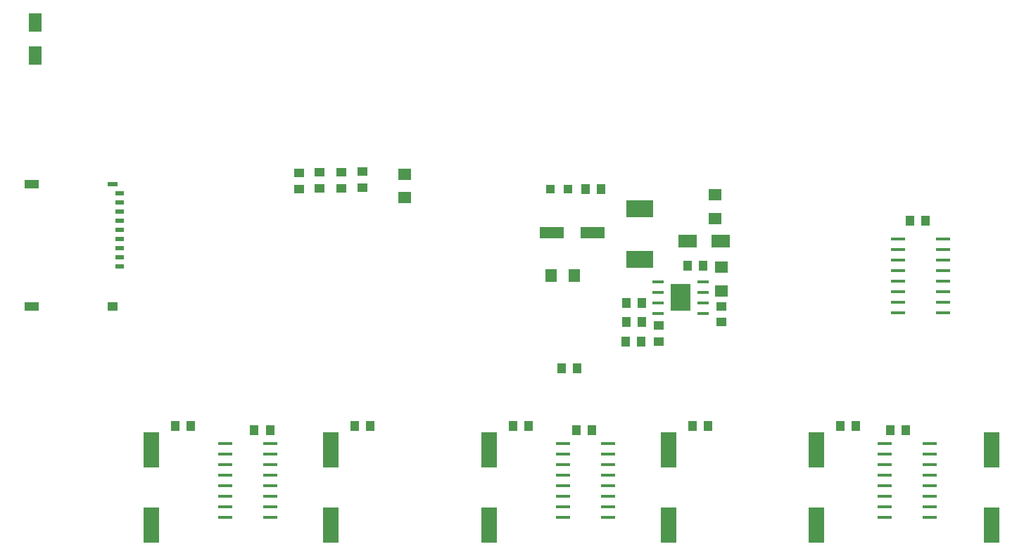
<source format=gbr>
G04 DipTrace 4.0.0.2*
G04 TopPaste.gbr*
%MOIN*%
G04 #@! TF.FileFunction,Paste,Top*
G04 #@! TF.Part,Single*
%AMOUTLINE2*
4,1,28,
0.052297,-0.027496,
-0.052297,-0.027496,
-0.05396,-0.027277,
-0.055266,-0.026736,
-0.056388,-0.025876,
-0.057248,-0.024754,
-0.057789,-0.023449,
-0.058008,-0.021785,
-0.058008,0.021785,
-0.057789,0.023449,
-0.057248,0.024754,
-0.056388,0.025876,
-0.055266,0.026736,
-0.05396,0.027277,
-0.052297,0.027496,
0.052297,0.027496,
0.05396,0.027277,
0.055266,0.026736,
0.056388,0.025876,
0.057248,0.024754,
0.057789,0.023449,
0.058008,0.021785,
0.058008,-0.021785,
0.057789,-0.023449,
0.057248,-0.024754,
0.056388,-0.025876,
0.055266,-0.026736,
0.05396,-0.027277,
0.052297,-0.027496,
0*%
%ADD68R,0.039244X0.039244*%
%ADD70R,0.054992X0.062866*%
%ADD72R,0.07074X0.015622*%
%ADD74R,0.09515X0.130189*%
%ADD76R,0.054992X0.016016*%
%ADD86R,0.047118X0.023496*%
%ADD88R,0.047118X0.039244*%
%ADD90R,0.07074X0.039244*%
%ADD92R,0.043181X0.019559*%
%ADD94R,0.051055X0.043181*%
%ADD98R,0.129795X0.08452*%
%ADD108R,0.090425X0.058929*%
%ADD110R,0.058929X0.090425*%
%ADD112R,0.074677X0.169165*%
%ADD114R,0.043181X0.051055*%
%ADD116R,0.062866X0.054992*%
%ADD123OUTLINE2*%
%FSLAX26Y26*%
G04*
G70*
G90*
G75*
G01*
G04 TopPaste*
%LPD*%
D116*
X2243700Y3470964D3*
Y3581200D3*
X3745745Y3139842D3*
Y3029606D3*
D114*
X3583745Y3146842D3*
X3658548D3*
X3368745Y2970842D3*
X3293941D3*
D116*
X3712511Y3372863D3*
Y3483099D3*
D114*
X1531200Y2368700D3*
X1606003D3*
X4543700D3*
X4618503D3*
X3056200D3*
X3131003D3*
X4712352Y3362451D3*
X4637549D3*
D112*
X1043700Y1918700D3*
Y2273031D3*
X1893700Y1918700D3*
Y2273031D3*
X2643700Y1918700D3*
Y2273031D3*
X3493700Y1918700D3*
Y2273031D3*
X4193700Y1918700D3*
Y2273031D3*
X5024951Y1918700D3*
Y2273031D3*
D114*
X1156200Y2387449D3*
X1231003D3*
X2006200Y2387451D3*
X2081003D3*
X2756200D3*
X2831003D3*
X3606200D3*
X3681003D3*
X4306200D3*
X4381003D3*
X3062449Y2662451D3*
X2987646D3*
D110*
X493701Y4143700D3*
X493698Y4301180D3*
D108*
X3583745Y3263842D3*
X3741225D3*
D98*
X3356298Y3179133D3*
Y3417322D3*
D94*
X3745745Y2879842D3*
Y2954645D3*
D114*
X3368745Y2879842D3*
X3293941D3*
X3290745Y2788842D3*
X3365548D3*
D94*
X3446745D3*
Y2863645D3*
X1743700Y3512548D3*
Y3587351D3*
X1840550Y3515747D3*
Y3590550D3*
X1942567Y3515747D3*
Y3590550D3*
X2043701Y3518798D3*
X2043699Y3593602D3*
D92*
X893700Y3143700D3*
Y3187007D3*
Y3230314D3*
Y3273621D3*
Y3316928D3*
Y3360235D3*
Y3403543D3*
Y3446850D3*
Y3490157D3*
D90*
X478346Y2955511D3*
D88*
X860235D3*
D86*
Y3533464D3*
D90*
X478346D3*
D76*
X3443789Y3072894D3*
Y3022894D3*
Y2972894D3*
Y2922894D3*
X3656388D3*
Y2972894D3*
Y3022894D3*
Y3072894D3*
D74*
X3550088Y2997894D3*
D72*
X1393700Y2306200D3*
Y2256200D3*
Y2206200D3*
Y2156200D3*
Y2106200D3*
Y2056200D3*
Y2006200D3*
Y1956200D3*
X1606298D3*
Y2006200D3*
Y2056200D3*
Y2106200D3*
Y2156200D3*
Y2206200D3*
Y2256200D3*
Y2306200D3*
X4518700D3*
Y2256200D3*
Y2206200D3*
Y2156200D3*
Y2106200D3*
Y2056200D3*
Y2006200D3*
Y1956200D3*
X4731298D3*
Y2006200D3*
Y2056200D3*
Y2106200D3*
Y2156200D3*
Y2206200D3*
Y2256200D3*
Y2306200D3*
X2993700D3*
Y2256200D3*
Y2206200D3*
Y2156200D3*
Y2106200D3*
Y2056200D3*
Y2006200D3*
Y1956200D3*
X3206298D3*
Y2006200D3*
Y2056200D3*
Y2106200D3*
Y2156200D3*
Y2206200D3*
Y2256200D3*
Y2306200D3*
X4581150Y3274949D3*
Y3224949D3*
Y3174949D3*
Y3124949D3*
Y3074949D3*
Y3024949D3*
Y2974949D3*
Y2924949D3*
X4793749D3*
Y2974949D3*
Y3024949D3*
Y3074949D3*
Y3124949D3*
Y3174949D3*
Y3224949D3*
Y3274949D3*
D123*
X3133906Y3306199D3*
X2940993D3*
D70*
X2936923Y3101608D3*
X3047159D3*
D68*
X3016288Y3512449D3*
X2933611D3*
D114*
X3174851D3*
X3100048D3*
M02*

</source>
